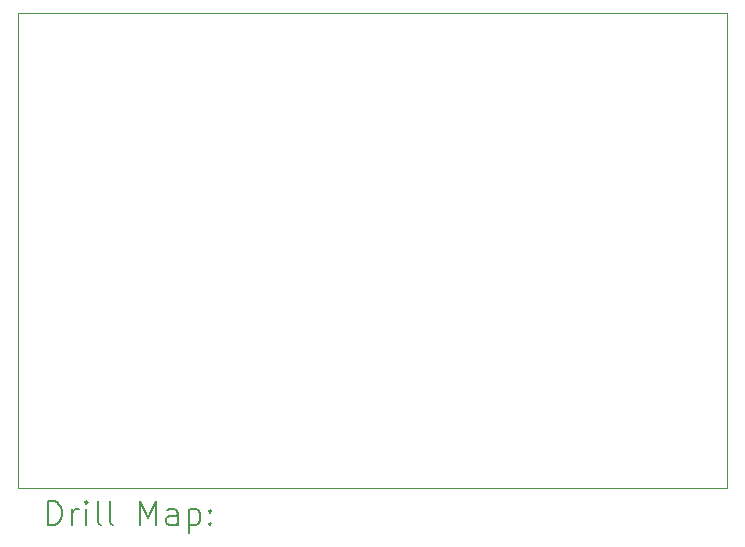
<source format=gbr>
%FSLAX45Y45*%
G04 Gerber Fmt 4.5, Leading zero omitted, Abs format (unit mm)*
G04 Created by KiCad (PCBNEW (6.0.5)) date 2022-11-03 10:24:22*
%MOMM*%
%LPD*%
G01*
G04 APERTURE LIST*
%TA.AperFunction,Profile*%
%ADD10C,0.100000*%
%TD*%
%ADD11C,0.200000*%
G04 APERTURE END LIST*
D10*
X13900000Y-11535000D02*
X7900000Y-11535000D01*
X13900000Y-7520000D02*
X13900000Y-11535000D01*
X7900000Y-7520000D02*
X7900000Y-11535000D01*
X7900000Y-7520000D02*
X13900000Y-7520000D01*
D11*
X8152619Y-11850476D02*
X8152619Y-11650476D01*
X8200238Y-11650476D01*
X8228809Y-11660000D01*
X8247857Y-11679048D01*
X8257381Y-11698095D01*
X8266905Y-11736190D01*
X8266905Y-11764762D01*
X8257381Y-11802857D01*
X8247857Y-11821905D01*
X8228809Y-11840952D01*
X8200238Y-11850476D01*
X8152619Y-11850476D01*
X8352619Y-11850476D02*
X8352619Y-11717143D01*
X8352619Y-11755238D02*
X8362143Y-11736190D01*
X8371667Y-11726667D01*
X8390714Y-11717143D01*
X8409762Y-11717143D01*
X8476429Y-11850476D02*
X8476429Y-11717143D01*
X8476429Y-11650476D02*
X8466905Y-11660000D01*
X8476429Y-11669524D01*
X8485952Y-11660000D01*
X8476429Y-11650476D01*
X8476429Y-11669524D01*
X8600238Y-11850476D02*
X8581190Y-11840952D01*
X8571667Y-11821905D01*
X8571667Y-11650476D01*
X8705000Y-11850476D02*
X8685952Y-11840952D01*
X8676429Y-11821905D01*
X8676429Y-11650476D01*
X8933571Y-11850476D02*
X8933571Y-11650476D01*
X9000238Y-11793333D01*
X9066905Y-11650476D01*
X9066905Y-11850476D01*
X9247857Y-11850476D02*
X9247857Y-11745714D01*
X9238333Y-11726667D01*
X9219286Y-11717143D01*
X9181190Y-11717143D01*
X9162143Y-11726667D01*
X9247857Y-11840952D02*
X9228810Y-11850476D01*
X9181190Y-11850476D01*
X9162143Y-11840952D01*
X9152619Y-11821905D01*
X9152619Y-11802857D01*
X9162143Y-11783809D01*
X9181190Y-11774286D01*
X9228810Y-11774286D01*
X9247857Y-11764762D01*
X9343095Y-11717143D02*
X9343095Y-11917143D01*
X9343095Y-11726667D02*
X9362143Y-11717143D01*
X9400238Y-11717143D01*
X9419286Y-11726667D01*
X9428810Y-11736190D01*
X9438333Y-11755238D01*
X9438333Y-11812381D01*
X9428810Y-11831428D01*
X9419286Y-11840952D01*
X9400238Y-11850476D01*
X9362143Y-11850476D01*
X9343095Y-11840952D01*
X9524048Y-11831428D02*
X9533571Y-11840952D01*
X9524048Y-11850476D01*
X9514524Y-11840952D01*
X9524048Y-11831428D01*
X9524048Y-11850476D01*
X9524048Y-11726667D02*
X9533571Y-11736190D01*
X9524048Y-11745714D01*
X9514524Y-11736190D01*
X9524048Y-11726667D01*
X9524048Y-11745714D01*
M02*

</source>
